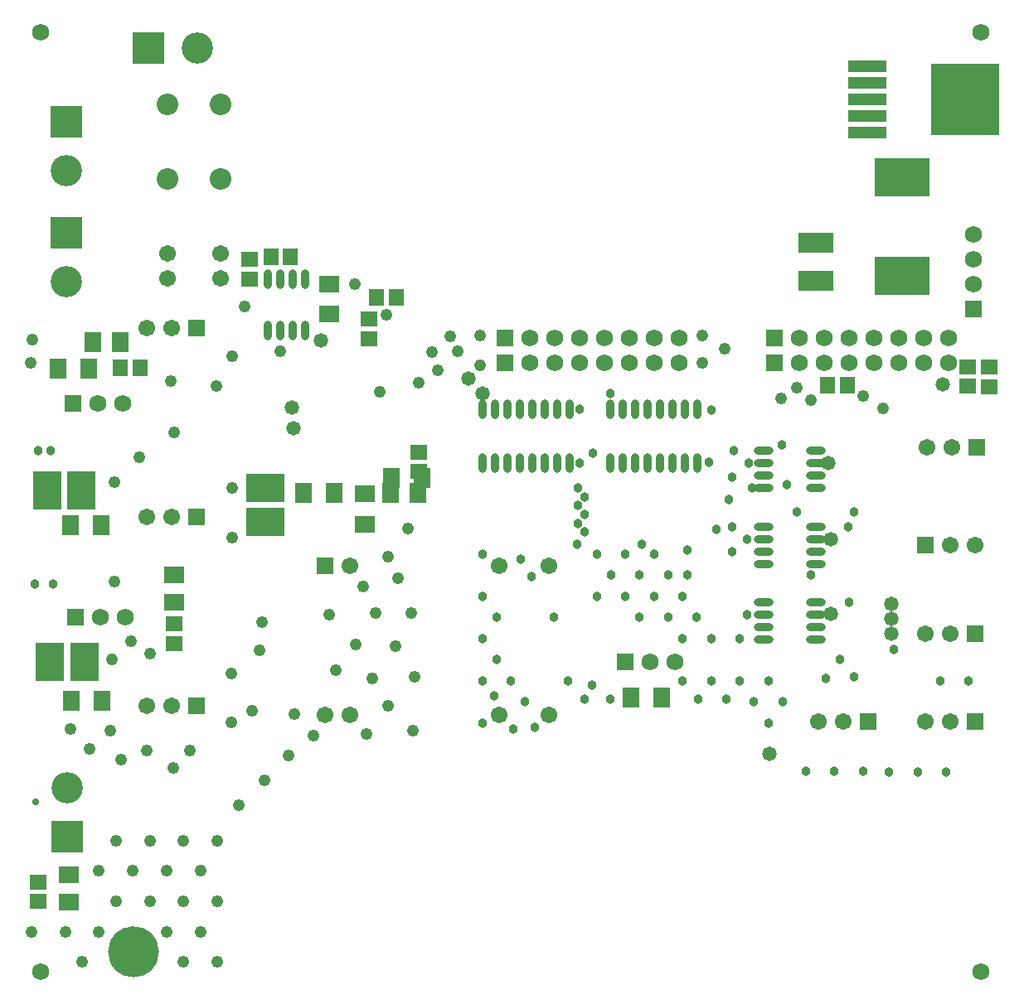
<source format=gbr>
G04 Layer_Color=16711935*
%FSLAX25Y25*%
%MOIN*%
%TF.FileFunction,Soldermask,Bot*%
%TF.Part,Single*%
G01*
G75*
%TA.AperFunction,SMDPad,CuDef*%
%ADD58R,0.06706X0.08280*%
%ADD59R,0.11509X0.15643*%
%ADD64R,0.06706X0.06312*%
%TA.AperFunction,ComponentPad*%
%ADD65R,0.06800X0.06800*%
%ADD66C,0.06800*%
%TA.AperFunction,WasherPad*%
%ADD67C,0.06800*%
%TA.AperFunction,ViaPad*%
%ADD68C,0.20485*%
%TA.AperFunction,ComponentPad*%
%ADD69R,0.12611X0.12611*%
%ADD70C,0.12611*%
%ADD71R,0.12611X0.12611*%
%ADD72C,0.06706*%
%ADD73R,0.06706X0.06706*%
%ADD74R,0.06800X0.06800*%
%ADD75R,0.06706X0.06706*%
%ADD76C,0.08674*%
%TA.AperFunction,ViaPad*%
%ADD77C,0.05800*%
%ADD78C,0.04800*%
%ADD79C,0.03800*%
%ADD80C,0.02800*%
%TA.AperFunction,SMDPad,CuDef*%
%ADD81R,0.14186X0.08280*%
%ADD82R,0.22453X0.15761*%
%ADD83R,0.27572X0.29146*%
%ADD84R,0.15761X0.04934*%
%ADD85R,0.07887X0.07099*%
%ADD86R,0.06312X0.06706*%
%ADD87O,0.07887X0.03162*%
%ADD88O,0.03162X0.07887*%
%ADD89R,0.08280X0.06706*%
%ADD90R,0.07099X0.07887*%
%ADD91R,0.15643X0.11509*%
D58*
X148520Y178932D02*
D03*
X160724D02*
D03*
X31702Y159831D02*
D03*
X19498D02*
D03*
X257202Y90600D02*
D03*
X244998D02*
D03*
X125402Y172800D02*
D03*
X113198D02*
D03*
X32202Y89200D02*
D03*
X19998D02*
D03*
X26802Y222900D02*
D03*
X14598D02*
D03*
D59*
X25269Y104900D02*
D03*
X11332D02*
D03*
X23968Y174000D02*
D03*
X10031D02*
D03*
D64*
X6400Y16437D02*
D03*
Y8563D02*
D03*
X389000Y215663D02*
D03*
Y223537D02*
D03*
X380300Y215863D02*
D03*
Y223737D02*
D03*
X91400Y266937D02*
D03*
Y259063D02*
D03*
X139600Y234931D02*
D03*
Y242806D02*
D03*
X159600Y189437D02*
D03*
Y181563D02*
D03*
X61200Y112263D02*
D03*
Y120137D02*
D03*
D65*
X382600Y246900D02*
D03*
D66*
Y256900D02*
D03*
Y266900D02*
D03*
Y276900D02*
D03*
X214100Y235300D02*
D03*
X204100D02*
D03*
X264100D02*
D03*
X254100D02*
D03*
X244100D02*
D03*
X234100D02*
D03*
X224100D02*
D03*
X214100Y225300D02*
D03*
X204100D02*
D03*
X264100D02*
D03*
X254100D02*
D03*
X244100D02*
D03*
X234100D02*
D03*
X224100D02*
D03*
X322600D02*
D03*
X312600D02*
D03*
X372600D02*
D03*
X362600D02*
D03*
X352600D02*
D03*
X342600D02*
D03*
X332600D02*
D03*
X322600Y235300D02*
D03*
X312600D02*
D03*
X372600D02*
D03*
X362600D02*
D03*
X352600D02*
D03*
X342600D02*
D03*
X332600D02*
D03*
X252600Y104800D02*
D03*
X262600D02*
D03*
X31584Y123000D02*
D03*
X41584D02*
D03*
X30600Y208800D02*
D03*
X40600D02*
D03*
D67*
X7600Y358253D02*
D03*
X385553D02*
D03*
Y-19700D02*
D03*
X7600D02*
D03*
D68*
X44700Y-11600D02*
D03*
D69*
X18100Y34558D02*
D03*
X17866Y322143D02*
D03*
Y277642D02*
D03*
D70*
X18100Y54242D02*
D03*
X70655Y351800D02*
D03*
X17866Y302457D02*
D03*
Y257958D02*
D03*
D71*
X50970Y351800D02*
D03*
D72*
X50100Y239300D02*
D03*
X60100D02*
D03*
X50100Y163350D02*
D03*
X60100D02*
D03*
X50100Y87400D02*
D03*
X60100D02*
D03*
X363700Y191300D02*
D03*
X373700D02*
D03*
X383100Y151800D02*
D03*
X373100D02*
D03*
X320100Y80800D02*
D03*
X330100D02*
D03*
X363100Y80800D02*
D03*
X373100D02*
D03*
X363100Y116341D02*
D03*
X373100D02*
D03*
X211700Y143700D02*
D03*
X191700D02*
D03*
X131700D02*
D03*
X121700Y83700D02*
D03*
X211700D02*
D03*
X191700D02*
D03*
X131700D02*
D03*
X58479Y269300D02*
D03*
Y259300D02*
D03*
X79979Y269300D02*
D03*
Y259300D02*
D03*
D73*
X70100Y239300D02*
D03*
Y163350D02*
D03*
Y87400D02*
D03*
X383700Y191300D02*
D03*
X363100Y151800D02*
D03*
X340100Y80800D02*
D03*
X383100Y80800D02*
D03*
Y116341D02*
D03*
D74*
X194100Y235300D02*
D03*
Y225300D02*
D03*
X302600D02*
D03*
Y235300D02*
D03*
X242600Y104800D02*
D03*
X21584Y123000D02*
D03*
X20600Y208800D02*
D03*
D75*
X121700Y143700D02*
D03*
D76*
X58479Y329300D02*
D03*
Y299300D02*
D03*
X79979Y329300D02*
D03*
Y299300D02*
D03*
D77*
X370100Y216700D02*
D03*
X349600Y122300D02*
D03*
X109100Y198800D02*
D03*
X185100Y212800D02*
D03*
X179600Y218800D02*
D03*
X300600Y67800D02*
D03*
X325100Y124300D02*
D03*
Y154300D02*
D03*
X324100Y184800D02*
D03*
X349600Y128300D02*
D03*
Y116300D02*
D03*
X108600Y207300D02*
D03*
X120318Y234250D02*
D03*
D78*
X84600Y174800D02*
D03*
Y154800D02*
D03*
X150100Y111400D02*
D03*
X137100Y135200D02*
D03*
X51400Y108200D02*
D03*
X43800Y113400D02*
D03*
X78100Y215800D02*
D03*
X84600Y227800D02*
D03*
X103900Y230100D02*
D03*
X4100Y234500D02*
D03*
X59900Y217800D02*
D03*
X3400Y225300D02*
D03*
X61100Y197300D02*
D03*
X47100Y187300D02*
D03*
X37100Y177300D02*
D03*
Y137300D02*
D03*
X84135Y100353D02*
D03*
Y80570D02*
D03*
X67600Y69300D02*
D03*
X50100D02*
D03*
X40000Y65700D02*
D03*
X19600Y77800D02*
D03*
X92400Y85400D02*
D03*
X35600Y77300D02*
D03*
X60900Y62200D02*
D03*
X27100Y69800D02*
D03*
X87100Y47300D02*
D03*
X97400Y57400D02*
D03*
X107100Y67300D02*
D03*
X36300Y106000D02*
D03*
X95600Y109600D02*
D03*
X155200Y158700D02*
D03*
X147100Y147300D02*
D03*
X151100Y138500D02*
D03*
X142300Y124600D02*
D03*
X156400D02*
D03*
X134200Y111900D02*
D03*
X140800Y98200D02*
D03*
X147100Y87300D02*
D03*
X126100Y101600D02*
D03*
X123500Y124000D02*
D03*
X96500Y120800D02*
D03*
X157700Y99100D02*
D03*
X117300Y75400D02*
D03*
X138400Y75800D02*
D03*
X157100Y77300D02*
D03*
X133900Y257000D02*
D03*
X89500Y248100D02*
D03*
X146600Y244605D02*
D03*
X143900Y213500D02*
D03*
X164700Y229700D02*
D03*
X159500Y217400D02*
D03*
X175100Y229800D02*
D03*
X184100Y236300D02*
D03*
X172300Y236000D02*
D03*
X167300Y222200D02*
D03*
X184100Y224300D02*
D03*
X282600Y230800D02*
D03*
X273600Y236300D02*
D03*
Y225300D02*
D03*
X317100Y210300D02*
D03*
X311600Y215300D02*
D03*
X305100Y210800D02*
D03*
X346100Y206800D02*
D03*
X338100Y211800D02*
D03*
X109500Y84000D02*
D03*
X78600Y33000D02*
D03*
X65000D02*
D03*
X58200Y20800D02*
D03*
X71800D02*
D03*
X44600D02*
D03*
X51400Y33000D02*
D03*
Y8600D02*
D03*
X78600D02*
D03*
X65000D02*
D03*
X44600Y-3600D02*
D03*
X71800D02*
D03*
X58200D02*
D03*
X51400Y-15800D02*
D03*
X78600D02*
D03*
X65000D02*
D03*
X37800Y8600D02*
D03*
Y33000D02*
D03*
Y-15800D02*
D03*
X31000Y20800D02*
D03*
Y-3600D02*
D03*
X17400D02*
D03*
X3800D02*
D03*
X24200Y-15800D02*
D03*
D79*
X371624Y60705D02*
D03*
X315100Y60800D02*
D03*
X326600D02*
D03*
X338100D02*
D03*
X305600Y192339D02*
D03*
X197575Y77945D02*
D03*
X185100Y80300D02*
D03*
X206298Y78498D02*
D03*
X288600Y97300D02*
D03*
X277100D02*
D03*
X265600D02*
D03*
X283350Y89800D02*
D03*
X271850D02*
D03*
X229298Y95498D02*
D03*
X185100Y97300D02*
D03*
X189874Y91155D02*
D03*
X190850Y105800D02*
D03*
X196600Y97300D02*
D03*
X202350Y88800D02*
D03*
X226350Y89800D02*
D03*
X236500D02*
D03*
X219600Y97300D02*
D03*
X323100Y98300D02*
D03*
X305850Y88800D02*
D03*
X300100Y97300D02*
D03*
X294350Y88800D02*
D03*
X334600Y98800D02*
D03*
X328850Y105800D02*
D03*
X350600Y109800D02*
D03*
X369100Y97300D02*
D03*
X380600D02*
D03*
X360124Y60705D02*
D03*
X348624D02*
D03*
X300100Y80300D02*
D03*
X317350Y139800D02*
D03*
X334600Y165300D02*
D03*
X311600D02*
D03*
X307419Y176198D02*
D03*
X229600Y188800D02*
D03*
X279100Y158300D02*
D03*
X259850Y139800D02*
D03*
X265600Y131300D02*
D03*
X271350Y122800D02*
D03*
X254100Y148300D02*
D03*
X242600D02*
D03*
X231100D02*
D03*
X248350Y139800D02*
D03*
X236850D02*
D03*
X254100Y131300D02*
D03*
X242600D02*
D03*
X231100D02*
D03*
X185100D02*
D03*
Y114300D02*
D03*
X190850Y122800D02*
D03*
X213850D02*
D03*
X248350D02*
D03*
X288600Y114300D02*
D03*
X277100D02*
D03*
X259850Y122800D02*
D03*
X265600Y114300D02*
D03*
X204800Y139300D02*
D03*
X185100Y148300D02*
D03*
X200600Y146300D02*
D03*
X277100Y206300D02*
D03*
X224100Y206453D02*
D03*
X236600Y212800D02*
D03*
X223100Y152300D02*
D03*
X249100D02*
D03*
X276100Y185300D02*
D03*
X224100Y184800D02*
D03*
X292100D02*
D03*
X291600Y154300D02*
D03*
Y123800D02*
D03*
X267600Y139800D02*
D03*
Y149800D02*
D03*
X285600Y149300D02*
D03*
Y159300D02*
D03*
X286100Y189800D02*
D03*
X285600Y179300D02*
D03*
X284100Y170264D02*
D03*
X293600Y174800D02*
D03*
X226100Y157122D02*
D03*
X223600Y160658D02*
D03*
X226100Y164300D02*
D03*
Y171300D02*
D03*
X223600Y167800D02*
D03*
Y174800D02*
D03*
X332600Y128800D02*
D03*
X332100Y159300D02*
D03*
X6600Y189800D02*
D03*
X11600D02*
D03*
X5100Y136300D02*
D03*
X12600D02*
D03*
D80*
X5600Y48700D02*
D03*
D81*
X319300Y258323D02*
D03*
Y273677D02*
D03*
D82*
X353700Y299785D02*
D03*
Y260415D02*
D03*
D83*
X379332Y331200D02*
D03*
D84*
X339962Y344586D02*
D03*
Y337893D02*
D03*
Y331200D02*
D03*
Y324507D02*
D03*
Y317814D02*
D03*
D85*
X19000Y8388D02*
D03*
Y19412D02*
D03*
X61300Y128788D02*
D03*
Y139812D02*
D03*
D86*
X323963Y216300D02*
D03*
X331837D02*
D03*
X100063Y267900D02*
D03*
X107937D02*
D03*
X142563Y251606D02*
D03*
X150437D02*
D03*
X47437Y223200D02*
D03*
X39563D02*
D03*
D87*
X298167Y174800D02*
D03*
Y179800D02*
D03*
Y184800D02*
D03*
Y189800D02*
D03*
X319033Y174800D02*
D03*
Y179800D02*
D03*
Y184800D02*
D03*
Y189800D02*
D03*
X298167Y144300D02*
D03*
Y149300D02*
D03*
Y154300D02*
D03*
Y159300D02*
D03*
X319033Y144300D02*
D03*
Y149300D02*
D03*
Y154300D02*
D03*
Y159300D02*
D03*
X298167Y113800D02*
D03*
Y118800D02*
D03*
Y123800D02*
D03*
Y128800D02*
D03*
X319033Y113800D02*
D03*
Y118800D02*
D03*
Y123800D02*
D03*
Y128800D02*
D03*
D88*
X236600Y206627D02*
D03*
X241600D02*
D03*
X246600D02*
D03*
X251600D02*
D03*
X256600D02*
D03*
X261600D02*
D03*
X266600D02*
D03*
X271600D02*
D03*
X236600Y184973D02*
D03*
X241600D02*
D03*
X246600D02*
D03*
X251600D02*
D03*
X256600D02*
D03*
X261600D02*
D03*
X266600D02*
D03*
X271600D02*
D03*
X185100Y206627D02*
D03*
X190100D02*
D03*
X195100D02*
D03*
X200100D02*
D03*
X205100D02*
D03*
X210100D02*
D03*
X215100D02*
D03*
X220100D02*
D03*
X185100Y184973D02*
D03*
X190100D02*
D03*
X195100D02*
D03*
X200100D02*
D03*
X205100D02*
D03*
X210100D02*
D03*
X215100D02*
D03*
X220100D02*
D03*
X114000Y238167D02*
D03*
X109000D02*
D03*
X104000D02*
D03*
X99000D02*
D03*
X114000Y259033D02*
D03*
X109000D02*
D03*
X104000D02*
D03*
X99000D02*
D03*
D89*
X123400Y257002D02*
D03*
Y244798D02*
D03*
X138000Y172602D02*
D03*
Y160398D02*
D03*
D90*
X159312Y172900D02*
D03*
X148288D02*
D03*
X39424Y233600D02*
D03*
X28400D02*
D03*
D91*
X97900Y175068D02*
D03*
Y161132D02*
D03*
%TF.MD5,d44f335e9dbf2c56bb2eb005b34fc3db*%
M02*

</source>
